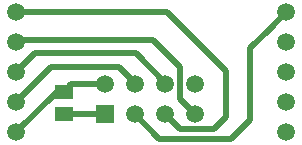
<source format=gbr>
G04 DipTrace 3.1.0.1*
G04 Top.gbr*
%MOIN*%
G04 #@! TF.FileFunction,Copper,L1,Top*
G04 #@! TF.Part,Single*
G04 #@! TA.AperFunction,Conductor*
%ADD13C,0.019685*%
G04 #@! TA.AperFunction,ComponentPad*
%ADD15R,0.059055X0.059055*%
%ADD16C,0.059055*%
%ADD17R,0.059055X0.051181*%
%FSLAX26Y26*%
G04*
G70*
G90*
G75*
G01*
G04 Top*
%LPD*%
X600000Y501575D2*
D13*
X735039D1*
X735827Y500787D1*
Y600787D2*
X624409D1*
X600000Y576378D1*
X574803D1*
X439764Y441339D1*
X835827Y600787D2*
Y603543D1*
X782677Y656693D1*
X555118D1*
X439764Y541339D1*
X935827Y600787D2*
Y606299D1*
X838189Y703937D1*
X502362D1*
X482558Y684133D1*
X439764Y641339D1*
X1035827Y500787D2*
Y503150D1*
X986220Y552756D1*
Y656693D1*
X896063Y746850D1*
X445276D1*
X439764Y741339D1*
X835827Y500787D2*
X916929Y419685D1*
X1157087D1*
X1220472Y483071D1*
Y722047D1*
X1284686Y786261D1*
X1284770D1*
X1339764Y841255D1*
X935827Y500787D2*
X985039Y451575D1*
X1100000D1*
X1138583Y490157D1*
Y645276D1*
X942520Y841339D1*
X439764D1*
D15*
X735827Y500787D3*
D16*
Y600787D3*
X835827Y500787D3*
Y600787D3*
X935827Y500787D3*
Y600787D3*
X1035827Y500787D3*
Y600787D3*
X1339764Y441255D3*
Y541255D3*
Y641255D3*
Y741255D3*
Y841255D3*
X439764Y441339D3*
Y541339D3*
Y641339D3*
Y741339D3*
Y841339D3*
D17*
X600000Y576378D3*
Y501575D3*
M02*

</source>
